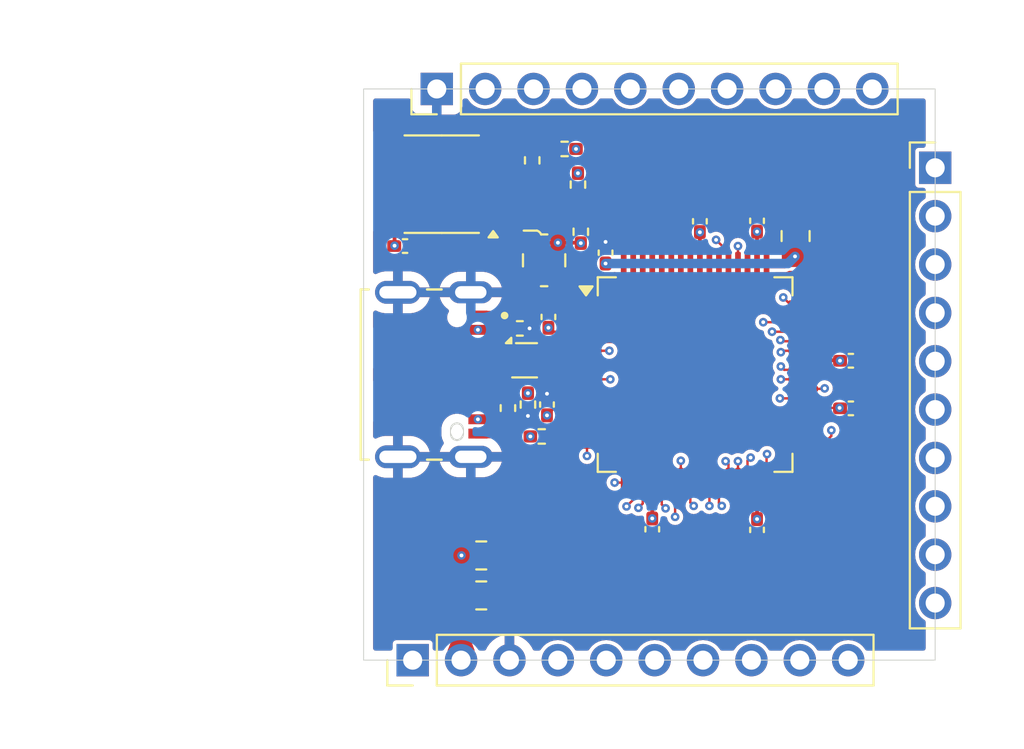
<source format=kicad_pcb>
(kicad_pcb (version 20240108) (generator "pcbnew") (generator_version "8.0")
  (layers (0 "F.Cu" signal "Front") (1 "In1.Cu" signal) (2 "In2.Cu" signal) (31 "B.Cu" signal "Back") (34 "B.Paste" user) (35 "F.Paste" user) (36 "B.SilkS" user "B.Silkscreen") (37 "F.SilkS" user "F.Silkscreen") (38 "B.Mask" user) (39 "F.Mask" user) (44 "Edge.Cuts" user))
  (net 0 "")
  (net 1 "/3.3V")
  (net 2 "GND")
  (net 3 "/1.8V")
  (net 4 "Net-(J2-CC1)")
  (net 5 "Net-(J2-CC2)")
  (net 6 "Net-(U2-DO)")
  (net 7 "/VBUS")
  (net 8 "Net-(U2-SCLK)")
  (net 9 "Net-(U2-DI)")
  (net 10 "Net-(U3-REF)")
  (net 11 "Net-(U3-~{RESET})")
  (net 12 "Net-(U2-CS)")
  (net 13 "/USB_D-")
  (net 15 "/USB_D+")
  (net 17 "/D2")
  (net 18 "/D4")
  (net 19 "/TXE#")
  (net 22 "/D1")
  (net 23 "/D3")
  (net 24 "/D0")
  (net 26 "/D6")
  (net 27 "/RD#")
  (net 29 "/SWIU")
  (net 31 "/D7")
  (net 32 "/RXF#")
  (net 34 "/D5")
  (net 36 "/WR#")
  (net 39 "Net-(U3-OSCI)")
  (net 40 "/CLK_OUT")
  (net 41 "/BDBUS2")
  (net 42 "/BDBUS4")
  (net 43 "/BDBUS1")
  (net 44 "/BDBUS3")
  (net 45 "/BDBUS0")
  (net 46 "/BDBUS6")
  (net 47 "/OE#")
  (net 49 "/BDBUS7")
  (net 50 "/BDBUS5")
  (net 52 "/BCBUS2")
  (net 53 "/BCBUS1")
  (net 54 "/BCBUS0")
  (footprint "Capacitor_SMD:C_0402_1005Metric_Pad0.74x0.62mm_HandSolder" (layer "F.Cu") (at 122.175 95.25)
    (property "Reference" "C1" (hide yes))
    (property "Value" "100nF")
    (pad "1" smd roundrect (at -0.5675 0) (size 0.735 0.62) (layers "F.Cu" "F.Paste" "F.Mask") (net 1 "/3.3V"))
    (pad "2" smd roundrect (at 0.5675 0) (size 0.735 0.62) (layers "F.Cu" "F.Paste" "F.Mask") (net 2 "GND"))
  )
  (footprint "Capacitor_SMD:C_0402_1005Metric_Pad0.74x0.62mm_HandSolder" (layer "F.Cu") (at 145.575 103.775)
    (property "Reference" "C11" (hide yes))
    (property "Value" "100nF")
    (pad "1" smd roundrect (at -0.5675 0) (size 0.735 0.62) (layers "F.Cu" "F.Paste" "F.Mask") (net 3 "/1.8V"))
    (pad "2" smd roundrect (at 0.5675 0) (size 0.735 0.62) (layers "F.Cu" "F.Paste" "F.Mask") (net 2 "GND"))
  )
  (footprint "Package_SO:SOIC-8_3.9x4.9mm_P1.27mm" (layer "F.Cu") (at 124.1 92 180)
    (property "Reference" "U2" (hide yes))
    (property "Value" "93LCxxC")
    (pad "1" smd roundrect (at -2.475 -1.905 180) (size 1.95 0.6) (layers "F.Cu" "F.Paste" "F.Mask") (net 12 "Net-(U2-CS)"))
    (pad "2" smd roundrect (at -2.475 -0.635 180) (size 1.95 0.6) (layers "F.Cu" "F.Paste" "F.Mask") (net 8 "Net-(U2-SCLK)"))
    (pad "3" smd roundrect (at -2.475 0.635 180) (size 1.95 0.6) (layers "F.Cu" "F.Paste" "F.Mask") (net 9 "Net-(U2-DI)"))
    (pad "4" smd roundrect (at -2.475 1.905 180) (size 1.95 0.6) (layers "F.Cu" "F.Paste" "F.Mask") (net 6 "Net-(U2-DO)"))
    (pad "5" smd roundrect (at 2.475 1.905 180) (size 1.95 0.6) (layers "F.Cu" "F.Paste" "F.Mask") (net 2 "GND"))
    (pad "6" smd roundrect (at 2.475 0.635 180) (size 1.95 0.6) (layers "F.Cu" "F.Paste" "F.Mask") (net 1 "/3.3V"))
    (pad "7" smd roundrect (at 2.475 -0.635 180) (size 1.95 0.6) (layers "F.Cu" "F.Paste" "F.Mask"))
    (pad "8" smd roundrect (at 2.475 -1.905 180) (size 1.95 0.6) (layers "F.Cu" "F.Paste" "F.Mask") (net 1 "/3.3V"))
  )
  (footprint "Capacitor_SMD:C_0402_1005Metric_Pad0.74x0.62mm_HandSolder" (layer "F.Cu") (at 129.7 98.975 90)
    (property "Reference" "C6" (hide yes))
    (property "Value" "100nF")
    (pad "1" smd roundrect (at -0.5675 0 90) (size 0.735 0.62) (layers "F.Cu" "F.Paste" "F.Mask") (net 1 "/3.3V"))
    (pad "2" smd roundrect (at 0.5675 0 90) (size 0.735 0.62) (layers "F.Cu" "F.Paste" "F.Mask") (net 2 "GND"))
  )
  (footprint "Capacitor_SMD:C_0805_2012Metric_Pad1.18x1.45mm_HandSolder" (layer "F.Cu") (at 126.175 113.6)
    (property "Reference" "C5" (hide yes))
    (property "Value" "4.7uF")
    (pad "1" smd roundrect (at -1.0375 0) (size 1.175 1.45) (layers "F.Cu" "F.Paste" "F.Mask") (roundrect_rratio 0.212766) (net 1 "/3.3V"))
    (pad "2" smd roundrect (at 1.0375 0) (size 1.175 1.45) (layers "F.Cu" "F.Paste" "F.Mask") (roundrect_rratio 0.212766) (net 2 "GND"))
  )
  (footprint "Capacitor_SMD:C_0402_1005Metric_Pad0.74x0.62mm_HandSolder" (layer "F.Cu") (at 135.15 110.125 -90)
    (property "Reference" "C9" (hide yes))
    (property "Value" "100nF")
    (pad "1" smd roundrect (at -0.5675 0 270) (size 0.735 0.62) (layers "F.Cu" "F.Paste" "F.Mask") (net 1 "/3.3V"))
    (pad "2" smd roundrect (at 0.5675 0 270) (size 0.735 0.62) (layers "F.Cu" "F.Paste" "F.Mask") (net 2 "GND"))
  )
  (footprint "Connector_PinHeader_2.54mm:PinHeader_1x10_P2.54mm_Vertical" (layer "F.Cu") (at 122.575 117 90)
    (property "Reference" "J3" (hide yes))
    (property "Value" "Conn_01x10")
    (pad "1" thru_hole rect (at 0 0 90) (size 1.7 1.7) (drill 1) (property pad_prop_castellated) (layers "*.Cu" "*.Mask") (net 7 "/VBUS"))
    (pad "2" thru_hole oval (at 0 2.54 90) (size 1.7 1.7) (drill 1) (property pad_prop_castellated) (layers "*.Cu" "*.Mask") (net 1 "/3.3V"))
    (pad "3" thru_hole oval (at 0 5.079999 90) (size 1.7 1.7) (drill 1) (property pad_prop_castellated) (layers "*.Cu" "*.Mask") (net 2 "GND"))
    (pad "4" thru_hole oval (at 0 7.62 90) (size 1.7 1.7) (drill 1) (property pad_prop_castellated) (layers "*.Cu" "*.Mask") (net 24 "/D0"))
    (pad "5" thru_hole oval (at 0 10.16 90) (size 1.7 1.7) (drill 1) (property pad_prop_castellated) (layers "*.Cu" "*.Mask") (net 22 "/D1"))
    (pad "6" thru_hole oval (at 0 12.7 90) (size 1.7 1.7) (drill 1) (property pad_prop_castellated) (layers "*.Cu" "*.Mask") (net 17 "/D2"))
    (pad "7" thru_hole oval (at 0 15.24 90) (size 1.7 1.7) (drill 1) (property pad_prop_castellated) (layers "*.Cu" "*.Mask") (net 23 "/D3"))
    (pad "8" thru_hole oval (at 0 17.780001 90) (size 1.7 1.7) (drill 1) (property pad_prop_castellated) (layers "*.Cu" "*.Mask") (net 18 "/D4"))
    (pad "9" thru_hole oval (at 0 20.32 90) (size 1.7 1.7) (drill 1) (property pad_prop_castellated) (layers "*.Cu" "*.Mask") (net 34 "/D5"))
    (pad "10" thru_hole oval (at 0 22.86 90) (size 1.7 1.7) (drill 1) (property pad_prop_castellated) (layers "*.Cu" "*.Mask") (net 26 "/D6"))
  )
  (footprint "Resistor_SMD:R_0402_1005Metric_Pad0.72x0.64mm_HandSolder" (layer "F.Cu") (at 131.4 94.5 90)
    (property "Reference" "R8" (hide yes))
    (property "Value" "10k")
    (pad "1" smd roundrect (at -0.5975 0 90) (size 0.715 0.64) (layers "F.Cu" "F.Paste" "F.Mask") (net 1 "/3.3V"))
    (pad "2" smd roundrect (at 0.5975 0 90) (size 0.715 0.64) (layers "F.Cu" "F.Paste" "F.Mask") (net 12 "Net-(U2-CS)"))
  )
  (footprint "Connector_PinHeader_2.54mm:PinHeader_1x10_P2.54mm_Vertical" (layer "F.Cu") (at 123.84 87 90)
    (property "Reference" "J4" (hide yes))
    (property "Value" "Conn_01x10")
    (pad "1" thru_hole rect (at 0 0 90) (size 1.7 1.7) (drill 1) (property pad_prop_castellated) (layers "*.Cu" "*.Mask") (net 2 "GND"))
    (pad "2" thru_hole oval (at 0 2.54 90) (size 1.7 1.7) (drill 1) (property pad_prop_castellated) (layers "*.Cu" "*.Mask") (net 52 "/BCBUS2"))
    (pad "3" thru_hole oval (at 0 5.079999 90) (size 1.7 1.7) (drill 1) (property pad_prop_castellated) (layers "*.Cu" "*.Mask") (net 53 "/BCBUS1"))
    (pad "4" thru_hole oval (at 0 7.62 90) (size 1.7 1.7) (drill 1) (property pad_prop_castellated) (layers "*.Cu" "*.Mask") (net 54 "/BCBUS0"))
    (pad "5" thru_hole oval (at 0 10.16 90) (size 1.7 1.7) (drill 1) (property pad_prop_castellated) (layers "*.Cu" "*.Mask") (net 49 "/BDBUS7"))
    (pad "6" thru_hole oval (at 0 12.7 90) (size 1.7 1.7) (drill 1) (property pad_prop_castellated) (layers "*.Cu" "*.Mask") (net 46 "/BDBUS6"))
    (pad "7" thru_hole oval (at 0 15.24 90) (size 1.7 1.7) (drill 1) (property pad_prop_castellated) (layers "*.Cu" "*.Mask") (net 50 "/BDBUS5"))
    (pad "8" thru_hole oval (at 0 17.780001 90) (size 1.7 1.7) (drill 1) (property pad_prop_castellated) (layers "*.Cu" "*.Mask") (net 42 "/BDBUS4"))
    (pad "9" thru_hole oval (at 0 20.32 90) (size 1.7 1.7) (drill 1) (property pad_prop_castellated) (layers "*.Cu" "*.Mask") (net 44 "/BDBUS3"))
    (pad "10" thru_hole oval (at 0 22.86 90) (size 1.7 1.7) (drill 1) (property pad_prop_castellated) (layers "*.Cu" "*.Mask") (net 41 "/BDBUS2"))
  )
  (footprint "Resistor_SMD:R_0402_1005Metric_Pad0.72x0.64mm_HandSolder" (layer "F.Cu") (at 128.625 103.575 -90)
    (property "Reference" "R6" (hide yes))
    (property "Value" "12k")
    (pad "1" smd roundrect (at -0.5975 0 270) (size 0.715 0.64) (layers "F.Cu" "F.Paste" "F.Mask") (net 10 "Net-(U3-REF)"))
    (pad "2" smd roundrect (at 0.5975 0 270) (size 0.715 0.64) (layers "F.Cu" "F.Paste" "F.Mask") (net 2 "GND"))
  )
  (footprint "Resistor_SMD:R_0402_1005Metric_Pad0.72x0.64mm_HandSolder" (layer "F.Cu") (at 130.55 90.15 180)
    (property "Reference" "R3" (hide yes))
    (property "Value" "10k")
    (pad "1" smd roundrect (at -0.5975 0 180) (size 0.715 0.64) (layers "F.Cu" "F.Paste" "F.Mask") (net 1 "/3.3V"))
    (pad "2" smd roundrect (at 0.5975 0 180) (size 0.715 0.64) (layers "F.Cu" "F.Paste" "F.Mask") (net 6 "Net-(U2-DO)"))
  )
  (footprint "Capacitor_SMD:C_0402_1005Metric_Pad0.74x0.62mm_HandSolder" (layer "F.Cu") (at 129.625 103.575 90)
    (property "Reference" "C13" (hide yes))
    (property "Value" "100nF")
    (pad "1" smd roundrect (at -0.5675 0 90) (size 0.735 0.62) (layers "F.Cu" "F.Paste" "F.Mask") (net 3 "/1.8V"))
    (pad "2" smd roundrect (at 0.5675 0 90) (size 0.735 0.62) (layers "F.Cu" "F.Paste" "F.Mask") (net 2 "GND"))
  )
  (footprint "Resistor_SMD:R_0402_1005Metric_Pad0.72x0.64mm_HandSolder" (layer "F.Cu") (at 128.85 90.75 -90)
    (property "Reference" "R5" (hide yes))
    (property "Value" "2.2k")
    (pad "1" smd roundrect (at -0.5975 0 270) (size 0.715 0.64) (layers "F.Cu" "F.Paste" "F.Mask") (net 6 "Net-(U2-DO)"))
    (pad "2" smd roundrect (at 0.5975 0 270) (size 0.715 0.64) (layers "F.Cu" "F.Paste" "F.Mask") (net 9 "Net-(U2-DI)"))
  )
  (footprint "Resistor_SMD:R_0402_1005Metric_Pad0.72x0.64mm_HandSolder" (layer "F.Cu") (at 131.25 92.0225 -90)
    (property "Reference" "R4" (hide yes))
    (property "Value" "10k")
    (pad "1" smd roundrect (at -0.5975 0 270) (size 0.715 0.64) (layers "F.Cu" "F.Paste" "F.Mask") (net 1 "/3.3V"))
    (pad "2" smd roundrect (at 0.5975 0 270) (size 0.715 0.64) (layers "F.Cu" "F.Paste" "F.Mask") (net 8 "Net-(U2-SCLK)"))
  )
  (footprint "Resistor_SMD:R_0402_1005Metric_Pad0.72x0.64mm_HandSolder" (layer "F.Cu") (at 129.35 105.25)
    (property "Reference" "R7" (hide yes))
    (property "Value" "1k")
    (pad "1" smd roundrect (at -0.5975 0) (size 0.715 0.64) (layers "F.Cu" "F.Paste" "F.Mask") (net 1 "/3.3V"))
    (pad "2" smd roundrect (at 0.5975 0) (size 0.715 0.64) (layers "F.Cu" "F.Paste" "F.Mask") (net 11 "Net-(U3-~{RESET})"))
  )
  (footprint "Capacitor_SMD:C_0402_1005Metric_Pad0.74x0.62mm_HandSolder" (layer "F.Cu") (at 140.65 110.1575 -90)
    (property "Reference" "C8" (hide yes))
    (property "Value" "100nF")
    (pad "1" smd roundrect (at -0.5675 0 270) (size 0.735 0.62) (layers "F.Cu" "F.Paste" "F.Mask") (net 1 "/3.3V"))
    (pad "2" smd roundrect (at 0.5675 0 270) (size 0.735 0.62) (layers "F.Cu" "F.Paste" "F.Mask") (net 2 "GND"))
  )
  (footprint "Capacitor_SMD:C_0402_1005Metric_Pad0.74x0.62mm_HandSolder" (layer "F.Cu") (at 145.575 101.275)
    (property "Reference" "C7" (hide yes))
    (property "Value" "100nF")
    (pad "1" smd roundrect (at -0.5675 0) (size 0.735 0.62) (layers "F.Cu" "F.Paste" "F.Mask") (net 1 "/3.3V"))
    (pad "2" smd roundrect (at 0.5675 0) (size 0.735 0.62) (layers "F.Cu" "F.Paste" "F.Mask") (net 2 "GND"))
  )
  (footprint "Capacitor_SMD:C_0805_2012Metric_Pad1.18x1.45mm_HandSolder" (layer "F.Cu") (at 142.675 94.725 90)
    (property "Reference" "C3" (hide yes))
    (property "Value" "3.3uF")
    (pad "1" smd roundrect (at -1.0375 0 90) (size 1.175 1.45) (layers "F.Cu" "F.Paste" "F.Mask") (roundrect_rratio 0.212766) (net 3 "/1.8V"))
    (pad "2" smd roundrect (at 1.0375 0 90) (size 1.175 1.45) (layers "F.Cu" "F.Paste" "F.Mask") (roundrect_rratio 0.212766) (net 2 "GND"))
  )
  (footprint "Resistor_SMD:R_0402_1005Metric" (layer "F.Cu") (at 128.2 99.575 180)
    (property "Reference" "R1" (hide yes))
    (property "Value" "5.1k")
    (pad "1" smd roundrect (at -0.509999 0 180) (size 0.54 0.64) (layers "F.Cu" "F.Paste" "F.Mask") (net 2 "GND"))
    (pad "2" smd roundrect (at 0.509999 0 180) (size 0.54 0.64) (layers "F.Cu" "F.Paste" "F.Mask") (net 4 "Net-(J2-CC1)"))
  )
  (footprint "DX07S016JA1R1500:JAE_DX07S016JA1R1500" (layer "F.Cu") (at 124.9 102 -90)
    (property "Reference" "J2" (hide yes))
    (property "Value" "DX07S016JA1R1500")
    (fp_line (start 3.125 0.315) (end 2.875 0.315001) (stroke (width 0.1)) (layer "Edge.Cuts"))
    (fp_line (start 2.875 -0.315001) (end 3.125 -0.315) (stroke (width 0.1)) (layer "Edge.Cuts"))
    (fp_arc (start 2.875 0.315001) (mid 2.652261 0.222739) (end 2.559999 0) (stroke (width 0.1)) (layer "Edge.Cuts"))
    (fp_arc (start 2.559999 0) (mid 2.652261 -0.222739) (end 2.875 -0.315001) (stroke (width 0.1)) (layer "Edge.Cuts"))
    (fp_arc (start 3.44 0) (mid 3.347739 0.222739) (end 3.125 0.315) (stroke (width 0.1)) (layer "Edge.Cuts"))
    (fp_arc (start 3.125 -0.315) (mid 3.347739 -0.222739) (end 3.44 0) (stroke (width 0.1)) (layer "Edge.Cuts"))
    (pad "" np_thru_hole circle (at -3 0 270) (size 0.63 0.63) (drill 0.63) (layers "*.Cu" "*.Mask"))
    (pad "" np_thru_hole circle (at 3 0 270) (size 0.6 0.6) (drill 0.6) (layers "*.Cu" "*.Mask"))
    (pad "" np_thru_hole circle (at 3 0 270) (size 0.63 0.63) (drill 0.63) (layers "*.Cu" "*.Mask"))
    (pad "1" smd rect (at -3.1 -1.099999 270) (size 0.52 1) (layers "F.Cu" "F.Paste" "F.Mask") (net 2 "GND"))
    (pad "2" smd rect (at -2.349999 -1.1 270) (size 0.52 1) (layers "F.Cu" "F.Paste" "F.Mask") (net 7 "/VBUS"))
    (pad "3" smd rect (at -1.749999 -1.1 270) (size 0.27 1) (layers "F.Cu" "F.Paste" "F.Mask") (net 4 "Net-(J2-CC1)"))
    (pad "4" smd rect (at -1.25 -1.1 270) (size 0.27 1) (layers "F.Cu" "F.Paste" "F.Mask"))
    (pad "5" smd rect (at -0.750001 -1.1 270) (size 0.27 1) (layers "F.Cu" "F.Paste" "F.Mask") (net 13 "/USB_D-"))
    (pad "6" smd rect (at -0.25 -1.1 270) (size 0.27 1) (layers "F.Cu" "F.Paste" "F.Mask") (net 15 "/USB_D+"))
    (pad "7" smd rect (at 0.25 -1.1 270) (size 0.27 1) (layers "F.Cu" "F.Paste" "F.Mask") (net 15 "/USB_D+"))
    (pad "8" smd rect (at 0.750001 -1.1 270) (size 0.27 1) (layers "F.Cu" "F.Paste" "F.Mask") (net 13 "/USB_D-"))
    (pad "9" smd rect (at 1.25 -1.1 270) (size 0.27 1) (layers "F.Cu" "F.Paste" "F.Mask") (net 5 "Net-(J2-CC2)"))
    (pad "10" smd rect (at 1.749999 -1.1 270) (size 0.27 1) (layers "F.Cu" "F.Paste" "F.Mask"))
    (pad "11" smd rect (at 2.349999 -1.1 270) (size 0.52 1) (layers "F.Cu" "F.Paste" "F.Mask") (net 7 "/VBUS"))
    (pad "12" smd rect (at 3.1 -1.099999 270) (size 0.52 1) (layers "F.Cu" "F.Paste" "F.Mask") (net 2 "GND"))
    (pad "S1" smd rect (at -1.4 3.100001 270) (size 1 2) (layers "F.Cu" "F.Paste" "F.Mask") (net 2 "GND"))
    (pad "S2" smd rect (at 1.4 3.100001 270) (size 1 2) (layers "F.Cu" "F.Paste" "F.Mask") (net 2 "GND"))
    (pad "S3" thru_hole oval (at -4.32 -0.725 270) (size 1.158 2.316) (drill oval 0.65 1.65) (layers "*.Cu" "*.Mask") (net 2 "GND"))
    (pad "S4" thru_hole oval (at 4.32 -0.725 270) (size 1.158 2.316) (drill oval 0.65 1.65) (layers "*.Cu" "*.Mask") (net 2 "GND"))
    (pad "S5" thru_hole oval (at -4.32 3.1 270) (size 1.2 2.4) (drill oval 0.65 1.95) (layers "*.Cu" "*.Mask") (net 2 "GND"))
    (pad "S6" thru_hole oval (at 4.32 3.1 270) (size 1.2 2.4) (drill oval 0.65 1.95) (layers "*.Cu" "*.Mask") (net 2 "GND"))
  )
  (footprint "Capacitor_SMD:C_0402_1005Metric_Pad0.74x0.62mm_HandSolder" (layer "F.Cu") (at 140.65 93.925 90)
    (property "Reference" "C4" (hide yes))
    (property "Value" "100nF")
    (pad "1" smd roundrect (at -0.5675 0 90) (size 0.735 0.62) (layers "F.Cu" "F.Paste" "F.Mask") (net 1 "/3.3V"))
    (pad "2" smd roundrect (at 0.5675 0 90) (size 0.735 0.62) (layers "F.Cu" "F.Paste" "F.Mask") (net 2 "GND"))
  )
  (footprint "Package_QFP:LQFP-64_10x10mm_P0.5mm" (layer "F.Cu") (at 137.4 102)
    (property "Reference" "U3" (hide yes))
    (property "Value" "FT2232HL")
    (pad "1" smd roundrect (at -5.675 -3.75) (size 1.55 0.3) (layers "F.Cu" "F.Paste" "F.Mask") (net 2 "GND"))
    (pad "2" smd roundrect (at -5.675 -3.25) (size 1.55 0.3) (layers "F.Cu" "F.Paste" "F.Mask") (net 39 "Net-(U3-OSCI)"))
    (pad "3" smd roundrect (at -5.675 -2.75) (size 1.55 0.3) (layers "F.Cu" "F.Paste" "F.Mask"))
    (pad "4" smd roundrect (at -5.675 -2.25) (size 1.55 0.3) (layers "F.Cu" "F.Paste" "F.Mask") (net 1 "/3.3V"))
    (pad "5" smd roundrect (at -5.675 -1.75) (size 1.55 0.3) (layers "F.Cu" "F.Paste" "F.Mask") (net 2 "GND"))
    (pad "6" smd roundrect (at -5.675 -1.25) (size 1.55 0.3) (layers "F.Cu" "F.Paste" "F.Mask") (net 10 "Net-(U3-REF)"))
    (pad "7" smd roundrect (at -5.675 -0.75) (size 1.55 0.3) (layers "F.Cu" "F.Paste" "F.Mask") (net 13 "/USB_D-"))
    (pad "8" smd roundrect (at -5.675 -0.25) (size 1.55 0.3) (layers "F.Cu" "F.Paste" "F.Mask") (net 15 "/USB_D+"))
    (pad "9" smd roundrect (at -5.675 0.25) (size 1.55 0.3) (layers "F.Cu" "F.Paste" "F.Mask") (net 1 "/3.3V"))
    (pad "10" smd roundrect (at -5.675 0.75) (size 1.55 0.3) (layers "F.Cu" "F.Paste" "F.Mask") (net 2 "GND"))
    (pad "11" smd roundrect (at -5.675 1.25) (size 1.55 0.3) (layers "F.Cu" "F.Paste" "F.Mask") (net 2 "GND"))
    (pad "12" smd roundrect (at -5.675 1.75) (size 1.55 0.3) (layers "F.Cu" "F.Paste" "F.Mask") (net 3 "/1.8V"))
    (pad "13" smd roundrect (at -5.675 2.25) (size 1.55 0.3) (layers "F.Cu" "F.Paste" "F.Mask") (net 2 "GND"))
    (pad "14" smd roundrect (at -5.675 2.75) (size 1.55 0.3) (layers "F.Cu" "F.Paste" "F.Mask") (net 11 "Net-(U3-~{RESET})"))
    (pad "15" smd roundrect (at -5.675 3.25) (size 1.55 0.3) (layers "F.Cu" "F.Paste" "F.Mask") (net 2 "GND"))
    (pad "16" smd roundrect (at -5.675 3.75) (size 1.55 0.3) (layers "F.Cu" "F.Paste" "F.Mask") (net 24 "/D0"))
    (pad "17" smd roundrect (at -3.75 5.675) (size 0.3 1.55) (layers "F.Cu" "F.Paste" "F.Mask") (net 22 "/D1"))
    (pad "18" smd roundrect (at -3.25 5.675) (size 0.3 1.55) (layers "F.Cu" "F.Paste" "F.Mask") (net 17 "/D2"))
    (pad "19" smd roundrect (at -2.75 5.675) (size 0.3 1.55) (layers "F.Cu" "F.Paste" "F.Mask") (net 23 "/D3"))
    (pad "20" smd roundrect (at -2.25 5.675) (size 0.3 1.55) (layers "F.Cu" "F.Paste" "F.Mask") (net 1 "/3.3V"))
    (pad "21" smd roundrect (at -1.75 5.675) (size 0.3 1.55) (layers "F.Cu" "F.Paste" "F.Mask") (net 18 "/D4"))
    (pad "22" smd roundrect (at -1.25 5.675) (size 0.3 1.55) (layers "F.Cu" "F.Paste" "F.Mask") (net 34 "/D5"))
    (pad "23" smd roundrect (at -0.75 5.675) (size 0.3 1.55) (layers "F.Cu" "F.Paste" "F.Mask") (net 26 "/D6"))
    (pad "24" smd roundrect (at -0.25 5.675) (size 0.3 1.55) (layers "F.Cu" "F.Paste" "F.Mask") (net 31 "/D7"))
    (pad "25" smd roundrect (at 0.25 5.675) (size 0.3 1.55) (layers "F.Cu" "F.Paste" "F.Mask") (net 2 "GND"))
    (pad "26" smd roundrect (at 0.75 5.675) (size 0.3 1.55) (layers "F.Cu" "F.Paste" "F.Mask") (net 32 "/RXF#"))
    (pad "27" smd roundrect (at 1.25 5.675) (size 0.3 1.55) (layers "F.Cu" "F.Paste" "F.Mask") (net 19 "/TXE#"))
    (pad "28" smd roundrect (at 1.75 5.675) (size 0.3 1.55) (layers "F.Cu" "F.Paste" "F.Mask") (net 27 "/RD#"))
    (pad "29" smd roundrect (at 2.25 5.675) (size 0.3 1.55) (layers "F.Cu" "F.Paste" "F.Mask") (net 36 "/WR#"))
    (pad "30" smd roundrect (at 2.75 5.675) (size 0.3 1.55) (layers "F.Cu" "F.Paste" "F.Mask") (net 29 "/SWIU"))
    (pad "31" smd roundrect (at 3.25 5.675) (size 0.3 1.55) (layers "F.Cu" "F.Paste" "F.Mask") (net 1 "/3.3V"))
    (pad "32" smd roundrect (at 3.75 5.675) (size 0.3 1.55) (layers "F.Cu" "F.Paste" "F.Mask") (net 40 "/CLK_OUT"))
    (pad "33" smd roundrect (at 5.675 3.75) (size 1.55 0.3) (layers "F.Cu" "F.Paste" "F.Mask") (net 47 "/OE#"))
    (pad "34" smd roundrect (at 5.675 3.25) (size 1.55 0.3) (layers "F.Cu" "F.Paste" "F.Mask"))
    (pad "35" smd roundrect (at 5.675 2.75) (size 1.55 0.3) (layers "F.Cu" "F.Paste" "F.Mask") (net 2 "GND"))
    (pad "36" smd roundrect (at 5.675 2.25) (size 1.55 0.3) (layers "F.Cu" "F.Paste" "F.Mask"))
    (pad "37" smd roundrect (at 5.675 1.75) (size 1.55 0.3) (layers "F.Cu" "F.Paste" "F.Mask") (net 3 "/1.8V"))
    (pad "38" smd roundrect (at 5.675 1.25) (size 1.55 0.3) (layers "F.Cu" "F.Paste" "F.Mask") (net 45 "/BDBUS0"))
    (pad "39" smd roundrect (at 5.675 0.75) (size 1.55 0.3) (layers "F.Cu" "F.Paste" "F.Mask") (net 43 "/BDBUS1"))
    (pad "40" smd roundrect (at 5.675 0.25) (size 1.55 0.3) (layers "F.Cu" "F.Paste" "F.Mask") (net 41 "/BDBUS2"))
    (pad "41" smd roundrect (at 5.675 -0.25) (size 1.55 0.3) (layers "F.Cu" "F.Paste" "F.Mask") (net 44 "/BDBUS3"))
    (pad "42" smd roundrect (at 5.675 -0.75) (size 1.55 0.3) (layers "F.Cu" "F.Paste" "F.Mask") (net 1 "/3.3V"))
    (pad "43" smd roundrect (at 5.675 -1.25) (size 1.55 0.3) (layers "F.Cu" "F.Paste" "F.Mask") (net 42 "/BDBUS4"))
    (pad "44" smd roundrect (at 5.675 -1.75) (size 1.55 0.3) (layers "F.Cu" "F.Paste" "F.Mask") (net 50 "/BDBUS5"))
    (pad "45" smd roundrect (at 5.675 -2.25) (size 1.55 0.3) (layers "F.Cu" "F.Paste" "F.Mask") (net 46 "/BDBUS6"))
    (pad "46" smd roundrect (at 5.675 -2.75) (size 1.55 0.3) (layers "F.Cu" "F.Paste" "F.Mask") (net 49 "/BDBUS7"))
    (pad "47" smd roundrect (at 5.675 -3.25) (size 1.55 0.3) (layers "F.Cu" "F.Paste" "F.Mask") (net 2 "GND"))
    (pad "48" smd roundrect (at 5.675 -3.75) (size 1.55 0.3) (layers "F.Cu" "F.Paste" "F.Mask") (net 54 "/BCBUS0"))
    (pad "49" smd roundrect (at 3.75 -5.675) (size 0.3 1.55) (layers "F.Cu" "F.Paste" "F.Mask") (net 3 "/1.8V"))
    (pad "50" smd roundrect (at 3.25 -5.675) (size 0.3 1.55) (layers "F.Cu" "F.Paste" "F.Mask") (net 1 "/3.3V"))
    (pad "51" smd roundrect (at 2.75 -5.675) (size 0.3 1.55) (layers "F.Cu" "F.Paste" "F.Mask") (net 2 "GND"))
    (pad "52" smd roundrect (at 2.25 -5.675) (size 0.3 1.55) (layers "F.Cu" "F.Paste" "F.Mask") (net 53 "/BCBUS1"))
    (pad "53" smd roundrect (at 1.75 -5.675) (size 0.3 1.55) (layers "F.Cu" "F.Paste" "F.Mask") (net 52 "/BCBUS2"))
    (pad "54" smd roundrect (at 1.25 -5.675) (size 0.3 1.55) (layers "F.Cu" "F.Paste" "F.Mask"))
    (pad "55" smd roundrect (at 0.75 -5.675) (size 0.3 1.55) (layers "F.Cu" "F.Paste" "F.Mask"))
    (pad "56" smd roundrect (at 0.25 -5.675) (size 0.3 1.55) (layers "F.Cu" "F.Paste" "F.Mask") (net 1 "/3.3V"))
    (pad "57" smd roundrect (at -0.25 -5.675) (size 0.3 1.55) (layers "F.Cu" "F.Paste" "F.Mask"))
    (pad "58" smd roundrect (at -0.75 -5.675) (size 0.3 1.55) (layers "F.Cu" "F.Paste" "F.Mask"))
    (pad "59" smd roundrect (at -1.25 -5.675) (size 0.3 1.55) (layers "F.Cu" "F.Paste" "F.Mask"))
    (pad "60" smd roundrect (at -1.75 -5.675) (size 0.3 1.55) (layers "F.Cu" "F.Paste" "F.Mask"))
    (pad "61" smd roundrect (at -2.25 -5.675) (size 0.3 1.55) (layers "F.Cu" "F.Paste" "F.Mask") (net 9 "Net-(U2-DI)"))
    (pad "62" smd roundrect (at -2.75 -5.675) (size 0.3 1.55) (layers "F.Cu" "F.Paste" "F.Mask") (net 8 "Net-(U2-SCLK)"))
    (pad "63" smd roundrect (at -3.25 -5.675) (size 0.3 1.55) (layers "F.Cu" "F.Paste" "F.Mask") (net 12 "Net-(U2-CS)"))
    (pad "64" smd roundrect (at -3.75 -5.675) (size 0.3 1.55) (layers "F.Cu" "F.Paste" "F.Mask") (net 3 "/1.8V"))
  )
  (footprint "Capacitor_SMD:C_0402_1005Metric_Pad0.74x0.62mm_HandSolder" (layer "F.Cu") (at 132.7 95.6 90)
    (property "Reference" "C12" (hide yes))
    (property "Value" "100nF")
    (pad "1" smd roundrect (at -0.5675 0 90) (size 0.735 0.62) (layers "F.Cu" "F.Paste" "F.Mask") (net 3 "/1.8V"))
    (pad "2" smd roundrect (at 0.5675 0 90) (size 0.735 0.62) (layers "F.Cu" "F.Paste" "F.Mask") (net 2 "GND"))
  )
  (footprint "Oscillator:Oscillator_SMD_ECS_2520MV-xxx-xx-4Pin_2.5x2.0mm" (layer "F.Cu") (at 129.475 96)
    (property "Reference" "X1" (hide yes))
    (property "Value" "ECS-2520MV-xxx-xx")
    (pad "1" smd roundrect (at -0.725 -0.925) (size 0.8 0.9) (layers "F.Cu" "F.Paste" "F.Mask") (net 1 "/3.3V"))
    (pad "2" smd roundrect (at -0.725 0.925) (size 0.8 0.9) (layers "F.Cu" "F.Paste" "F.Mask") (net 2 "GND"))
    (pad "3" smd roundrect (at 0.725 0.925) (size 0.8 0.9) (layers "F.Cu" "F.Paste" "F.Mask") (net 39 "Net-(U3-OSCI)"))
    (pad "4" smd roundrect (at 0.725 -0.925) (size 0.8 0.9) (layers "F.Cu" "F.Paste" "F.Mask") (net 1 "/3.3V"))
  )
  (footprint "Package_TO_SOT_SMD:SOT-553" (layer "F.Cu") (at 128.45 101.25)
    (property "Reference" "U1" (hide yes))
    (property "Value" "TPD2E2U06")
    (pad "1" smd roundrect (at -0.7 -0.5) (size 0.45 0.3) (layers "F.Cu" "F.Paste" "F.Mask"))
    (pad "2" smd roundrect (at -0.7 0) (size 0.45 0.3) (layers "F.Cu" "F.Paste" "F.Mask") (net 13 "/USB_D-"))
    (pad "3" smd roundrect (at -0.7 0.5) (size 0.45 0.3) (layers "F.Cu" "F.Paste" "F.Mask") (net 15 "/USB_D+"))
    (pad "4" smd roundrect (at 0.7 0.5) (size 0.45 0.3) (layers "F.Cu" "F.Paste" "F.Mask") (net 2 "GND"))
    (pad "5" smd roundrect (at 0.7 -0.5) (size 0.45 0.3) (layers "F.Cu" "F.Paste" "F.Mask") (net 13 "/USB_D-"))
  )
  (footprint "Capacitor_SMD:C_0805_2012Metric_Pad1.18x1.45mm_HandSolder" (layer "F.Cu") (at 126.175 111.5)
    (property "Reference" "C2" (hide yes))
    (property "Value" "4.7uF")
    (pad "1" smd roundrect (at -1.0375 0) (size 1.175 1.45) (layers "F.Cu" "F.Paste" "F.Mask") (roundrect_rratio 0.212766) (net 1 "/3.3V"))
    (pad "2" smd roundrect (at 1.0375 0) (size 1.175 1.45) (layers "F.Cu" "F.Paste" "F.Mask") (roundrect_rratio 0.212766) (net 2 "GND"))
  )
  (footprint "Resistor_SMD:R_0402_1005Metric" (layer "F.Cu") (at 127.575 103.759999 90)
    (property "Reference" "R2" (hide yes))
    (property "Value" "5.1k")
    (pad "1" smd roundrect (at -0.509999 0 90) (size 0.54 0.64) (layers "F.Cu" "F.Paste" "F.Mask") (net 2 "GND"))
    (pad "2" smd roundrect (at 0.509999 0 90) (size 0.54 0.64) (layers "F.Cu" "F.Paste" "F.Mask") (net 5 "Net-(J2-CC2)"))
  )
  (footprint "Connector_PinHeader_2.54mm:PinHeader_1x10_P2.54mm_Vertical" (layer "F.Cu") (at 150 91.14)
    (property "Reference" "J1" (hide yes))
    (property "Value" "Conn_01x10")
    (pad "1" thru_hole rect (at 0 0) (size 1.7 1.7) (drill 1) (property pad_prop_castellated) (layers "*.Cu" "*.Mask") (net 43 "/BDBUS1"))
    (pad "2" thru_hole oval (at 0 2.54) (size 1.7 1.7) (drill 1) (property pad_prop_castellated) (layers "*.Cu" "*.Mask") (net 45 "/BDBUS0"))
    (pad "3" thru_hole oval (at 0 5.08) (size 1.7 1.7) (drill 1) (property pad_prop_castellated) (layers "*.Cu" "*.Mask") (net 47 "/OE#"))
    (pad "4" thru_hole oval (at 0 7.62) (size 1.7 1.7) (drill 1) (property pad_prop_castellated) (layers "*.Cu" "*.Mask") (net 40 "/CLK_OUT"))
    (pad "5" thru_hole oval (at 0 10.16) (size 1.7 1.7) (drill 1) (property pad_prop_castellated) (layers "*.Cu" "*.Mask") (net 29 "/SWIU"))
    (pad "6" thru_hole oval (at 0 12.7) (size 1.7 1.7) (drill 1) (property pad_prop_castellated) (layers "*.Cu" "*.Mask") (net 36 "/WR#"))
    (pad "7" thru_hole oval (at 0 15.24) (size 1.7 1.7) (drill 1) (property pad_prop_castellated) (layers "*.Cu" "*.Mask") (net 27 "/RD#"))
    (pad "8" thru_hole oval (at 0 17.78) (size 1.7 1.7) (drill 1) (property pad_prop_castellated) (layers "*.Cu" "*.Mask") (net 19 "/TXE#"))
    (pad "9" thru_hole oval (at 0 20.32) (size 1.7 1.7) (drill 1) (property pad_prop_castellated) (layers "*.Cu" "*.Mask") (net 32 "/RXF#"))
    (pad "10" thru_hole oval (at 0 22.86) (size 1.7 1.7) (drill 1) (property pad_prop_castellated) (layers "*.Cu" "*.Mask") (net 31 "/D7"))
  )
  (footprint "Capacitor_SMD:C_0402_1005Metric_Pad0.74x0.62mm_HandSolder" (layer "F.Cu") (at 137.65 93.95 90)
    (property "Reference" "C10" (hide yes))
    (property "Value" "100nF")
    (pad "1" smd roundrect (at -0.5675 0 90) (size 0.735 0.62) (layers "F.Cu" "F.Paste" "F.Mask") (net 1 "/3.3V"))
    (pad "2" smd roundrect (at 0.5675 0 90) (size 0.735 0.62) (layers "F.Cu" "F.Paste" "F.Mask") (net 2 "GND"))
  )
  (gr_rect (start 120 87) (end 150 117) (stroke (width 0.05)) (fill none) (layer "Edge.Cuts"))
  (gr_text "FT2232Stamp 1.0" (at 147.6 114.55 0) (layer "B.Cu") (effects (font (size 1.524 1.524) (thickness 0.3048) (bold yes)) (justify left bottom mirror)))
  (segment (start 135.15 107.675) (end 135.15 109.5575) (width 0.2) (layer "F.Cu") (net 1))
  (segment (start 122.745 93.905) (end 121.625 93.905) (width 0.2) (layer "F.Cu") (net 1))
  (segment (start 131.725 99.75) (end 129.9075 99.75) (width 0.125) (layer "F.Cu") (net 1))
  (segment (start 123.2 93.45) (end 122.745 93.905) (width 0.2) (layer "F.Cu") (net 1))
  (segment (start 131.725 102.25) (end 132.95 102.25) (width 0.125) (layer "F.Cu") (net 1))
  (segment (start 140.65 109.59) (end 140.65 107.675) (width 0.2) (layer "F.Cu") (net 1))
  (segment (start 137.65 96.325) (end 137.65 94.525) (width 0.2) (layer "F.Cu") (net 1))
  (segment (start 125.1375 113.6) (end 125.1375 111.5) (width 0.5) (layer "F.Cu") (net 1))
  (segment (start 122.715 91.365) (end 123.2 91.85) (width 0.2) (layer "F.Cu") (net 1))
  (segment (start 125.1375 113.6) (end 125.1375 116.9775) (width 0.5) (layer "F.Cu") (net 1))
  (segment (start 125.1375 116.9775) (end 125.115 117) (width 0.5) (layer "F.Cu") (net 1))
  (segment (start 121.6075 95.25) (end 121.625 95.2325) (width 0.2) (layer "F.Cu") (net 1))
  (segment (start 145.00375 101.27125) (end 145.0075 101.275) (width 0.2) (layer "F.Cu") (net 1))
  (segment (start 121.625 95.2325) (end 121.625 93.905) (width 0.2) (layer "F.Cu") (net 1))
  (segment (start 121.625 91.365) (end 122.715 91.365) (width 0.2) (layer "F.Cu") (net 1))
  (segment (start 144.9825 101.25) (end 145.00375 101.27125) (width 0.2) (layer "F.Cu") (net 1))
  (segment (start 128.75 95.075) (end 131.3775 95.075) (width 0.2) (layer "F.Cu") (net 1))
  (segment (start 137.65 94.525) (end 137.65 94.5175) (width 0.2) (layer "F.Cu") (net 1))
  (segment (start 123.2 91.85) (end 123.2 93.45) (width 0.2) (layer "F.Cu") (net 1))
  (segment (start 143.075 101.25) (end 144.9825 101.25) (width 0.2) (layer "F.Cu") (net 1))
  (segment (start 131.3775 95.075) (end 131.4 95.0975) (width 0.2) (layer "F.Cu") (net 1))
  (segment (start 129.9075 99.75) (end 129.7 99.5425) (width 0.125) (layer "F.Cu") (net 1))
  (segment (start 140.65 96.325) (end 140.65 94.4925) (width 0.2) (layer "F.Cu") (net 1))
  (via (at 130.2 95.075) (size 0.45) (drill 0.2) (layers "F.Cu" "B.Cu") (net 1))
  (via (at 145.00375 101.27125) (size 0.45) (drill 0.2) (layers "F.Cu" "B.Cu") (net 1))
  (via (at 121.625 95.2325) (size 0.45) (drill 0.2) (layers "F.Cu" "B.Cu") (net 1))
  (via (at 131.1475 90.15) (size 0.45) (drill 0.2) (layers "F.Cu" "B.Cu") (net 1))
  (via (at 131.4 95.0975) (size 0.45) (drill 0.2) (layers "F.Cu" "B.Cu") (net 1))
  (via (at 125.1375 111.5) (size 0.45) (drill 0.2) (layers "F.Cu" "B.Cu") (net 1))
  (via (at 137.65 94.525) (size 0.45) (drill 0.2) (layers "F.Cu" "B.Cu") (net 1))
  (via (at 140.65 94.4925) (size 0.45) (drill 0.2) (layers "F.Cu" "B.Cu") (net 1))
  (via (at 140.65 109.59) (size 0.45) (drill 0.2) (layers "F.Cu" "B.Cu") (net 1))
  (via (at 131.25 91.425) (size 0.45) (drill 0.2) (layers "F.Cu" "B.Cu") (net 1))
  (via (at 128.7525 105.25) (size 0.45) (drill 0.2) (layers "F.Cu" "B.Cu") (net 1))
  (via (at 132.95 102.25) (size 0.45) (drill 0.2) (layers "F.Cu" "B.Cu") (net 1))
  (via (at 129.7 99.5425) (size 0.45) (drill 0.2) (layers "F.Cu" "B.Cu") (net 1))
  (via (at 135.15 109.5575) (size 0.45) (drill 0.2) (layers "F.Cu" "B.Cu") (net 1))
  (segment (start 133.175 100.25) (end 133.65 99.775) (width 0.2) (layer "F.Cu") (net 2))
  (segment (start 131.725 100.25) (end 133.175 100.25) (width 0.2) (layer "F.Cu") (net 2))
  (segment (start 129.625 102.225) (end 129.625 103.0075) (width 0.5) (layer "F.Cu") (net 2))
  (segment (start 129.384999 100.25) (end 131.725 100.25) (width 0.2) (layer "F.Cu") (net 2))
  (segment (start 129.15 101.75) (end 129.625 102.225) (width 0.5) (layer "F.Cu") (net 2))
  (segment (start 128.709999 99.575) (end 129.384999 100.25) (width 0.2) (layer "F.Cu") (net 2))
  (via (at 128.625 104.1725) (size 0.45) (drill 0.2) (layers "F.Cu" "B.Cu") (net 2))
  (via (at 129.625 103.0075) (size 0.45) (drill 0.2) (layers "F.Cu" "B.Cu") (net 2))
  (via (at 132.7 95.0325) (size 0.45) (drill 0.2) (layers "F.Cu" "B.Cu") (net 2))
  (via (at 128.709999 99.575) (size 0.45) (drill 0.2) (layers "F.Cu" "B.Cu") (net 2))
  (segment (start 142.1125 96.325) (end 142.64375 95.79375) (width 0.2) (layer "F.Cu") (net 3))
  (segment (start 142.64375 95.79375) (end 142.675 95.7625) (width 0.2) (layer "F.Cu") (net 3))
  (segment (start 130.0175 103.75) (end 129.625 104.1425) (width 0.125) (layer "F.Cu") (net 3))
  (segment (start 131.725 103.75) (end 130.0175 103.75) (width 0.125) (layer "F.Cu") (net 3))
  (segment (start 144.9825 103.75) (end 145.0075 103.775) (width 0.125) (layer "F.Cu") (net 3))
  (segment (start 132.8575 96.325) (end 132.7 96.1675) (width 0.125) (layer "F.Cu") (net 3))
  (segment (start 143.075 103.75) (end 144.9825 103.75) (width 0.125) (layer "F.Cu") (net 3))
  (segment (start 141.15 96.325) (end 142.1125 96.325) (width 0.2) (layer "F.Cu") (net 3))
  (segment (start 133.65 96.325) (end 132.8575 96.325) (width 0.125) (layer "F.Cu") (net 3))
  (via (at 129.625 104.1425) (size 0.45) (drill 0.2) (layers "F.Cu" "B.Cu") (net 3))
  (via (at 142.64375 95.79375) (size 0.45) (drill 0.2) (layers "F.Cu" "B.Cu") (net 3))
  (via (at 132.7 96.1675) (size 0.45) (drill 0.2) (layers "F.Cu" "B.Cu") (net 3))
  (via (at 144.9825 103.75) (size 0.45) (drill 0.2) (layers "F.Cu" "B.Cu") (net 3))
  (segment (start 142.27 96.1675) (end 142.64375 95.79375) (width 0.5) (layer "B.Cu") (net 3))
  (segment (start 132.7 96.1675) (end 142.27 96.1675) (width 0.5) (layer "B.Cu") (net 3))
  (segment (start 126 100.250001) (end 126.699999 100.250001) (width 0.125) (layer "F.Cu") (net 4))
  (segment (start 126.699999 100.250001) (end 127.375 99.575) (width 0.125) (layer "F.Cu") (net 4))
  (segment (start 127.375 99.575) (end 127.690001 99.575) (width 0.125) (layer "F.Cu") (net 4))
  (segment (start 126 103.25) (end 127.515001 103.25) (width 0.125) (layer "F.Cu") (net 5))
  (segment (start 128.8525 90.15) (end 128.85 90.1525) (width 0.2) (layer "F.Cu") (net 6))
  (segment (start 129.9525 90.15) (end 128.8525 90.15) (width 0.2) (layer "F.Cu") (net 6))
  (segment (start 126.575 90.095) (end 128.7925 90.095) (width 0.2) (layer "F.Cu") (net 6))
  (segment (start 128.7925 90.095) (end 128.85 90.1525) (width 0.2) (layer "F.Cu") (net 6))
  (via (at 126 104.349999) (size 0.45) (drill 0.2) (layers "F.Cu" "B.Cu") (net 7))
  (via (at 126 99.650001) (size 0.45) (drill 0.2) (layers "F.Cu" "B.Cu") (net 7))
  (segment (start 132.61 92.635) (end 126.575 92.635) (width 0.2) (layer "F.Cu") (net 8))
  (segment (start 134.65 94.675) (end 132.61 92.635) (width 0.2) (layer "F.Cu") (net 8))
  (segment (start 134.65 96.325) (end 134.65 94.675) (width 0.2) (layer "F.Cu") (net 8))
  (segment (start 132.075 90.775) (end 130.525 90.775) (width 0.2) (layer "F.Cu") (net 9))
  (segment (start 135.15 93.85) (end 132.075 90.775) (width 0.2) (layer "F.Cu") (net 9))
  (segment (start 129.9525 91.3475) (end 128.85 91.3475) (width 0.2) (layer "F.Cu") (net 9))
  (segment (start 128.7025 91.3475) (end 128.685 91.365) (width 0.2) (layer "F.Cu") (net 9))
  (segment (start 128.85 91.3475) (end 128.7025 91.3475) (width 0.2) (layer "F.Cu") (net 9))
  (segment (start 135.15 96.325) (end 135.15 93.85) (width 0.2) (layer "F.Cu") (net 9))
  (segment (start 130.525 90.775) (end 129.9525 91.3475) (width 0.2) (layer "F.Cu") (net 9))
  (segment (start 128.685 91.365) (end 126.575 91.365) (width 0.2) (layer "F.Cu") (net 9))
  (segment (start 132.9 100.75) (end 131.725 100.75) (width 0.125) (layer "F.Cu") (net 10))
  (via (at 132.9 100.75) (size 0.45) (drill 0.2) (layers "F.Cu" "B.Cu") (net 10))
  (via (at 128.625 102.9775) (size 0.45) (drill 0.2) (layers "F.Cu" "B.Cu") (net 10))
  (segment (start 130.4475 104.75) (end 129.9475 105.25) (width 0.125) (layer "F.Cu") (net 11))
  (segment (start 131.725 104.75) (end 130.4475 104.75) (width 0.125) (layer "F.Cu") (net 11))
  (segment (start 134.15 94.975) (end 134.15 96.325) (width 0.2) (layer "F.Cu") (net 12))
  (segment (start 126.575 93.905) (end 133.08 93.905) (width 0.2) (layer "F.Cu") (net 12))
  (segment (start 133.08 93.905) (end 134.15 94.975) (width 0.2) (layer "F.Cu") (net 12))
  (segment (start 127.89 101.315) (end 128.147059 101.315) (width 0.19) (layer "F.Cu") (net 13))
  (segment (start 130.562499 101.25) (end 130.497499 101.315) (width 0.19) (layer "F.Cu") (net 13))
  (segment (start 126.365 101.249999) (end 126 101.249999) (width 0.19) (layer "F.Cu") (net 13))
  (segment (start 128.147059 101.315) (end 128.712059 100.75) (width 0.19) (layer "F.Cu") (net 13))
  (segment (start 128.712059 100.75) (end 129.15 100.75) (width 0.19) (layer "F.Cu") (net 13))
  (segment (start 125.249999 101.249999) (end 126 101.249999) (width 0.19) (layer "F.Cu") (net 13))
  (segment (start 124.72337 102.685) (end 124.365 102.32663) (width 0.19) (layer "F.Cu") (net 13))
  (segment (start 127.825 101.25) (end 127.89 101.315) (width 0.19) (layer "F.Cu") (net 13))
  (segment (start 125.184998 102.685) (end 124.72337 102.685) (width 0.19) (layer "F.Cu") (net 13))
  (segment (start 129.81163 100.75) (end 129.15 100.75) (width 0.19) (layer "F.Cu") (net 13))
  (segment (start 126 102.750001) (end 125.249999 102.750001) (width 0.19) (layer "F.Cu") (net 13))
  (segment (start 124.74837 101.315) (end 125.184998 101.315) (width 0.19) (layer "F.Cu") (net 13))
  (segment (start 127.75 101.25) (end 127.412499 101.25) (width 0.19) (layer "F.Cu") (net 13))
  (segment (start 127.75 101.25) (end 127.825 101.25) (width 0.19) (layer "F.Cu") (net 13))
  (segment (start 127.412499 101.25) (end 127.347499 101.315) (width 0.19) (layer "F.Cu") (net 13))
  (segment (start 126.430001 101.315) (end 126.365 101.249999) (width 0.19) (layer "F.Cu") (net 13))
  (segment (start 131.725 101.25) (end 130.562499 101.25) (width 0.19) (layer "F.Cu") (net 13))
  (segment (start 125.249999 102.750001) (end 125.184998 102.685) (width 0.19) (layer "F.Cu") (net 13))
  (segment (start 130.37663 101.315) (end 129.81163 100.75) (width 0.19) (layer "F.Cu") (net 13))
  (segment (start 130.497499 101.315) (end 130.37663 101.315) (width 0.19) (layer "F.Cu") (net 13))
  (segment (start 125.184998 101.315) (end 125.249999 101.249999) (width 0.19) (layer "F.Cu") (net 13))
  (segment (start 127.347499 101.315) (end 126.430001 101.315) (width 0.19) (layer "F.Cu") (net 13))
  (segment (start 124.365 101.69837) (end 124.74837 101.315) (width 0.19) (layer "F.Cu") (net 13))
  (segment (start 124.365 102.32663) (end 124.365 101.69837) (width 0.19) (layer "F.Cu") (net 13))
  (segment (start 127.89 101.685) (end 128.300319 101.685) (width 0.19) (layer "F.Cu") (net 15))
  (segment (start 126.365 101.75) (end 126 101.75) (width 0.19) (layer "F.Cu") (net 15))
  (segment (start 124.735 102.17337) (end 124.735 101.85163) (width 0.19) (layer "F.Cu") (net 15))
  (segment (start 125.249999 101.75) (end 126 101.75) (width 0.19) (layer "F.Cu") (net 15))
  (segment (start 127.75 101.75) (end 127.412499 101.75) (width 0.19) (layer "F.Cu") (net 15))
  (segment (start 126 102.25) (end 125.249999 102.25) (width 0.19) (layer "F.Cu") (net 15))
  (segment (start 128.300319 101.685) (end 128.760319 101.225) (width 0.19) (layer "F.Cu") (net 15))
  (segment (start 124.876631 102.315001) (end 124.735 102.17337) (width 0.19) (layer "F.Cu") (net 15))
  (segment (start 125.249999 102.25) (end 125.184998 102.315001) (width 0.19) (layer "F.Cu") (net 15))
  (segment (start 130.562499 101.75) (end 131.725 101.75) (width 0.19) (layer "F.Cu") (net 15))
  (segment (start 126.430001 101.684999) (end 126.365 101.75) (width 0.19) (layer "F.Cu") (net 15))
  (segment (start 129.76337 101.225) (end 130.22337 101.685) (width 0.19) (layer "F.Cu") (net 15))
  (segment (start 130.497499 101.685) (end 130.562499 101.75) (width 0.19) (layer "F.Cu") (net 15))
  (segment (start 127.75 101.75) (end 127.825 101.75) (width 0.19) (layer "F.Cu") (net 15))
  (segment (start 124.735 101.85163) (end 124.901631 101.684999) (width 0.19) (layer "F.Cu") (net 15))
  (segment (start 130.22337 101.685) (end 130.497499 101.685) (width 0.19) (layer "F.Cu") (net 15))
  (segment (start 127.412499 101.75) (end 127.347498 101.684999) (width 0.19) (layer "F.Cu") (net 15))
  (segment (start 127.825 101.75) (end 127.89 101.685) (width 0.19) (layer "F.Cu") (net 15))
  (segment (start 127.347498 101.684999) (end 126.430001 101.684999) (width 0.19) (layer "F.Cu") (net 15))
  (segment (start 125.184998 102.315001) (end 124.876631 102.315001) (width 0.19) (layer "F.Cu") (net 15))
  (segment (start 128.760319 101.225) (end 129.76337 101.225) (width 0.19) (layer "F.Cu") (net 15))
  (segment (start 124.901631 101.684999) (end 125.184998 101.684999) (width 0.19) (layer "F.Cu") (net 15))
  (segment (start 125.184998 101.684999) (end 125.249999 101.75) (width 0.19) (layer "F.Cu") (net 15))
  (segment (start 134.15 108.575) (end 133.8 108.925) (width 0.125) (layer "F.Cu") (net 17))
  (segment (start 134.15 107.675) (end 134.15 108.575) (width 0.125) (layer "F.Cu") (net 17))
  (via (at 133.8 108.925) (size 0.45) (drill 0.2) (layers "F.Cu" "B.Cu") (net 17))
  (segment (start 135.65 108.825) (end 135.85 109.025) (width 0.125) (layer "F.Cu") (net 18))
  (segment (start 135.65 107.675) (end 135.65 108.825) (width 0.125) (layer "F.Cu") (net 18))
  (via (at 135.85 109.025) (size 0.45) (drill 0.2) (layers "F.Cu" "B.Cu") (net 18))
  (segment (start 138.65 108.75) (end 138.8 108.9) (width 0.125) (layer "F.Cu") (net 19))
  (segment (start 138.65 107.675) (end 138.65 108.75) (width 0.125) (layer "F.Cu") (net 19))
  (via (at 138.8 108.9) (size 0.45) (drill 0.2) (layers "F.Cu" "B.Cu") (net 19))
  (segment (start 133.65 107.675) (end 133.175 107.675) (width 0.125) (layer "F.Cu") (net 22))
  (via (at 133.175 107.675) (size 0.45) (drill 0.2) (layers "F.Cu" "B.Cu") (net 22))
  (segment (start 134.65 108.775) (end 134.425 109) (width 0.125) (layer "F.Cu") (net 23))
  (segment (start 134.65 107.675) (end 134.65 108.775) (width 0.125) (layer "F.Cu") (net 23))
  (via (at 134.425 109) (size 0.45) (drill 0.2) (layers "F.Cu" "B.Cu") (net 23))
  (segment (start 131.725 105.75) (end 131.725 106.275) (width 0.125) (layer "F.Cu") (net 24))
  (via (at 131.725 106.275) (size 0.45) (drill 0.2) (layers "F.Cu" "B.Cu") (net 24))
  (segment (start 136.65 107.675) (end 136.65 106.525) (width 0.125) (layer "F.Cu") (net 26))
  (via (at 136.65 106.525) (size 0.45) (drill 0.2) (layers "F.Cu" "B.Cu") (net 26))
  (segment (start 139.15 107.675) (end 139.15 106.7) (width 0.125) (layer "F.Cu") (net 27))
  (segment (start 139.15 106.7) (end 139 106.55) (width 0.125) (layer "F.Cu") (net 27))
  (via (at 139 106.55) (size 0.45) (drill 0.2) (layers "F.Cu" "B.Cu") (net 27))
  (segment (start 140.15 107.675) (end 140.15 106.525) (width 0.125) (layer "F.Cu") (net 29))
  (segment (start 140.15 106.525) (end 140.3125 106.3625) (width 0.125) (layer "F.Cu") (net 29))
  (via (at 140.3125 106.3625) (size 0.45) (drill 0.2) (layers "F.Cu" "B.Cu") (net 29))
  (segment (start 137.15 108.725) (end 137.325 108.9) (width 0.125) (layer "F.Cu") (net 31))
  (segment (start 137.15 107.675) (end 137.15 108.725) (width 0.125) (layer "F.Cu") (net 31))
  (via (at 137.325 108.9) (size 0.45) (drill 0.2) (layers "F.Cu" "B.Cu") (net 31))
  (segment (start 138.15 107.675) (end 138.15 108.9) (width 0.125) (layer "F.Cu") (net 32))
  (via (at 138.15 108.9) (size 0.45) (drill 0.2) (layers "F.Cu" "B.Cu") (net 32))
  (segment (start 136.15 107.675) (end 136.15 108.449999) (width 0.125) (layer "F.Cu") (net 34))
  (segment (start 136.35 108.649999) (end 136.35 109.475) (width 0.125) (layer "F.Cu") (net 34))
  (segment (start 136.15 108.449999) (end 136.35 108.649999) (width 0.125) (layer "F.Cu") (net 34))
  (via (at 136.35 109.475) (size 0.45) (drill 0.2) (layers "F.Cu" "B.Cu") (net 34))
  (segment (start 139.65 107.675) (end 139.65 106.55) (width 0.125) (layer "F.Cu") (net 36))
  (via (at 139.65 106.55) (size 0.45) (drill 0.2) (layers "F.Cu" "B.Cu") (net 36))
  (segment (start 130.2225 98.1225) (end 130.2225 98.03848) (width 0.125) (layer "F.Cu") (net 39))
  (segment (start 130.2225 98.03848) (end 130.2 98.01598) (width 0.125) (layer "F.Cu") (net 39))
  (segment (start 130.2 98.01598) (end 130.2 96.925) (width 0.125) (layer "F.Cu") (net 39))
  (segment (start 131.725 98.75) (end 130.85 98.75) (width 0.125) (layer "F.Cu") (net 39))
  (segment (start 130.85 98.75) (end 130.2225 98.1225) (width 0.125) (layer "F.Cu") (net 39))
  (segment (start 141.15 106.2) (end 141.175 106.175) (width 0.125) (layer "F.Cu") (net 40))
  (segment (start 141.15 107.675) (end 141.15 106.2) (width 0.125) (layer "F.Cu") (net 40))
  (via (at 141.175 106.175) (size 0.45) (drill 0.2) (layers "F.Cu" "B.Cu") (net 40))
  (segment (start 143.075 102.25) (end 141.9 102.25) (width 0.125) (layer "F.Cu") (net 41))
  (via (at 141.9 102.25) (size 0.45) (drill 0.2) (layers "F.Cu" "B.Cu") (net 41))
  (segment (start 143.075 100.75) (end 141.975 100.75) (width 0.125) (layer "F.Cu") (net 42))
  (segment (start 141.975 100.75) (end 141.9 100.825) (width 0.125) (layer "F.Cu") (net 42))
  (via (at 141.9 100.825) (size 0.45) (drill 0.2) (layers "F.Cu" "B.Cu") (net 42))
  (segment (start 143.075 102.75) (end 144.175 102.75) (width 0.125) (layer "F.Cu") (net 43))
  (segment (start 144.175 102.75) (end 144.2 102.725) (width 0.125) (layer "F.Cu") (net 43))
  (via (at 144.2 102.725) (size 0.45) (drill 0.2) (layers "F.Cu" "B.Cu") (net 43))
  (segment (start 143.075 101.75) (end 142.075 101.75) (width 0.125) (layer "F.Cu") (net 44))
  (segment (start 142.075 101.75) (end 141.9 101.575) (width 0.125) (layer "F.Cu") (net 44))
  (via (at 141.9 101.575) (size 0.45) (drill 0.2) (layers "F.Cu" "B.Cu") (net 44))
  (segment (start 143.075 103.25) (end 141.85 103.25) (width 0.125) (layer "F.Cu") (net 45))
  (via (at 141.85 103.25) (size 0.45) (drill 0.2) (layers "F.Cu" "B.Cu") (net 45))
  (segment (start 141.4375 99.75) (end 143.075 99.75) (width 0.125) (layer "F.Cu") (net 46))
  (via (at 141.4375 99.75) (size 0.45) (drill 0.2) (layers "F.Cu" "B.Cu") (net 46))
  (segment (start 143.075 105.75) (end 144.025 105.75) (width 0.125) (layer "F.Cu") (net 47))
  (segment (start 144.55 105.225) (end 144.55 104.925) (width 0.125) (layer "F.Cu") (net 47))
  (segment (start 144.025 105.75) (end 144.55 105.225) (width 0.125) (layer "F.Cu") (net 47))
  (via (at 144.55 104.925) (size 0.45) (drill 0.2) (layers "F.Cu" "B.Cu") (net 47))
  (segment (start 140.975 99.25) (end 143.075 99.25) (width 0.125) (layer "F.Cu") (net 49))
  (via (at 140.975 99.25) (size 0.45) (drill 0.2) (layers "F.Cu" "B.Cu") (net 49))
  (segment (start 141.9375 100.25) (end 141.875 100.1875) (width 0.125) (layer "F.Cu") (net 50))
  (segment (start 143.075 100.25) (end 141.9375 100.25) (width 0.125) (layer "F.Cu") (net 50))
  (via (at 141.875 100.1875) (size 0.45) (drill 0.2) (layers "F.Cu" "B.Cu") (net 50))
  (segment (start 139.15 95.575) (end 138.5 94.925) (width 0.125) (layer "F.Cu") (net 52))
  (segment (start 139.15 96.325) (end 139.15 95.575) (width 0.125) (layer "F.Cu") (net 52))
  (via (at 138.5 94.925) (size 0.45) (drill 0.2) (layers "F.Cu" "B.Cu") (net 52))
  (segment (start 139.65 96.325) (end 139.65 95.25) (width 0.125) (layer "F.Cu") (net 53))
  (via (at 139.65 95.25) (size 0.45) (drill 0.2) (layers "F.Cu" "B.Cu") (net 53))
  (segment (start 142.325 98.25) (end 142.025 97.95) (width 0.125) (layer "F.Cu") (net 54))
  (segment (start 143.075 98.25) (end 142.325 98.25) (width 0.125) (layer "F.Cu") (net 54))
  (via (at 142.025 97.95) (size 0.45) (drill 0.2) (layers "F.Cu" "B.Cu") (net 54))
  (zone (net 2) (net_name "GND") (layers "F.Cu" "In1.Cu" "In2.Cu" "B.Cu") (connect_pads (clearance 0.2)) (min_thickness 0.25) (fill yes (thermal_gap 0.5) (thermal_bridge_width 0.5))
    (polygon (pts (xy 120 87) (xy 150 87) (xy 150 117) (xy 120 117)))
  )
)
</source>
